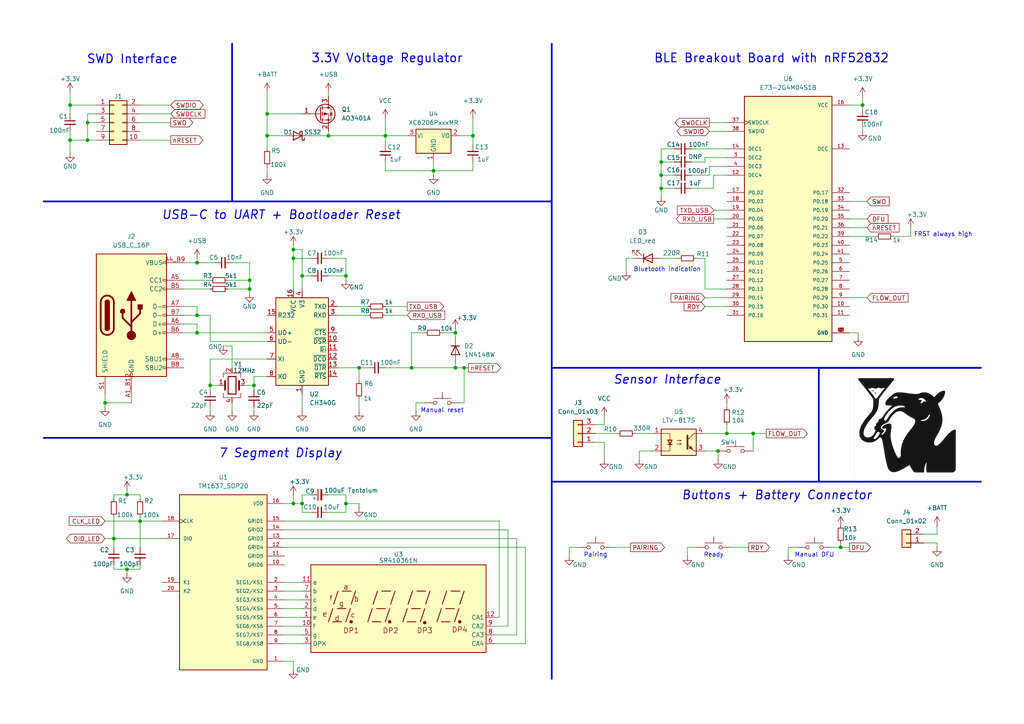
<source format=kicad_sch>
(kicad_sch (version 20250114) (generator "eeschema") (generator_version "9.0")
  (paper "A4")
  (title_block (title "Project: Camel") (date "2025-07-14") (rev "1.0") (company "Meppen South Engineering") (comment 1 "Powered by 4xAAA batteries in series or via USB-C") (comment 2 "0.56\" Display") (comment 3 "nRF52832 Core"))
  (text "Manual DFU" (at 236.22 161.036 0) (effects (font (size 1.27 1.27) (thickness 0.1588))))
  (text "Pairing" (at 172.72 161.036 0) (effects (font (size 1.27 1.27) (thickness 0.1588))))
  (text "Bluetooth indication" (at 193.548 78.232 0) (effects (font (size 1.27 1.27))))
  (text "SWD Interface" (at 38.354 17.272 0) (effects (font (size 2.5 2.5) (thickness 0.3125))))
  (text "Ready" (at 207.01 161.036 0) (effects (font (size 1.27 1.27) (thickness 0.1588))))
  (text "3.3V Voltage Regulator" (at 112.268 17.018 0) (effects (font (size 2.5 2.5) (thickness 0.3125))))
  (text "Sensor Interface" (at 193.548 110.236 0) (effects (font (size 2.5 2.5) (thickness 0.3125) (italic yes))))
  (text "Manual reset" (at 128.27 119.126 0) (effects (font (size 1.27 1.27) (thickness 0.1588))))
  (text "7 Segment Display" (at 81.28 131.572 0) (effects (font (size 2.5 2.5) (thickness 0.3125) (italic yes))))
  (text "FRST always high" (at 273.558 68.072 0) (effects (font (size 1.27 1.27) (thickness 0.1588))))
  (text "USB-C to UART + Bootloader Reset" (at 81.534 62.484 0) (effects (font (size 2.5 2.5) (thickness 0.3125) (italic yes))))
  (text "Buttons + Battery Connector" (at 225.298 143.764 0) (effects (font (size 2.5 2.5) (thickness 0.3125) (italic yes))))
  (text "BLE Breakout Board with nRF52832" (at 223.774 17.018 0) (effects (font (size 2.5 2.5) (thickness 0.3125))))
  (junction (at 60.96 111.76))
  (junction (at 87.63 146.05))
  (junction (at 36.83 165.1))
  (junction (at 25.4 35.56))
  (junction (at 40.64 151.13))
  (junction (at 191.77 50.8))
  (junction (at 36.83 143.51))
  (junction (at 85.09 72.39))
  (junction (at 20.32 40.64))
  (junction (at 100.33 80.01))
  (junction (at 72.39 83.82))
  (junction (at 132.08 96.52))
  (junction (at 218.44 125.73))
  (junction (at 243.84 158.75))
  (junction (at 85.09 146.05))
  (junction (at 33.02 156.21))
  (junction (at 100.33 146.05))
  (junction (at 87.63 80.01))
  (junction (at 104.14 106.68))
  (junction (at 132.08 106.68))
  (junction (at 191.77 54.61))
  (junction (at 77.47 39.37))
  (junction (at 208.28 130.81))
  (junction (at 95.25 39.37))
  (junction (at 20.32 30.48))
  (junction (at 134.62 106.68))
  (junction (at 250.19 30.48))
  (junction (at 191.77 46.99))
  (junction (at 57.15 91.44))
  (junction (at 25.4 40.64))
  (junction (at 85.09 74.93))
  (junction (at 57.15 76.2))
  (junction (at 30.48 116.84))
  (junction (at 72.39 81.28))
  (junction (at 119.38 106.68))
  (junction (at 111.76 39.37))
  (junction (at 77.47 33.02))
  (junction (at 210.82 125.73))
  (junction (at 57.15 96.52))
  (junction (at 125.73 49.53))
  (junction (at 137.16 39.37))
  (junction (at 73.66 111.76))
  (wire (pts (xy 90.17 39.37) (xy 95.25 39.37)))
  (wire (pts (xy 66.04 83.82) (xy 72.39 83.82)))
  (wire (pts (xy 204.47 83.82) (xy 210.82 83.82)))
  (wire (pts (xy 40.64 151.13) (xy 46.99 151.13)))
  (wire (pts (xy 20.32 26.67) (xy 20.32 30.48)))
  (wire (pts (xy 104.14 146.05) (xy 100.33 146.05)))
  (wire (pts (xy 33.02 165.1) (xy 33.02 163.83)))
  (wire (pts (xy 73.66 109.22) (xy 77.47 109.22)))
  (wire (pts (xy 133.35 116.84) (xy 134.62 116.84)))
  (wire (pts (xy 53.34 88.9) (xy 57.15 88.9)))
  (wire (pts (xy 204.47 45.72) (xy 204.47 46.99)))
  (wire (pts (xy 204.47 125.73) (xy 210.82 125.73)))
  (wire (pts (xy 195.58 54.61) (xy 191.77 54.61)))
  (wire (pts (xy 67.31 116.84) (xy 67.31 119.38)))
  (wire (pts (xy 125.73 46.99) (xy 125.73 49.53)))
  (wire (pts (xy 36.83 165.1) (xy 36.83 166.37)))
  (wire (pts (xy 132.08 106.68) (xy 134.62 106.68)))
  (wire (pts (xy 132.08 106.68) (xy 132.08 105.41)))
  (wire (pts (xy 204.47 130.81) (xy 208.28 130.81)))
  (wire (pts (xy 177.8 158.75) (xy 182.88 158.75)))
  (wire (pts (xy 77.47 33.02) (xy 77.47 39.37)))
  (wire (pts (xy 246.38 68.58) (xy 254 68.58)))
  (wire (pts (xy 60.96 118.11) (xy 60.96 119.38)))
  (wire (pts (xy 132.08 96.52) (xy 132.08 97.79)))
  (wire (pts (xy 20.32 38.1) (xy 20.32 40.64)))
  (wire (pts (xy 111.76 88.9) (xy 118.11 88.9)))
  (wire (pts (xy 82.55 153.67) (xy 147.32 153.67)))
  (wire (pts (xy 100.33 74.93) (xy 100.33 80.01)))
  (wire (pts (xy 120.65 116.84) (xy 120.65 119.38)))
  (wire (pts (xy 246.38 63.5) (xy 251.46 63.5)))
  (wire (pts (xy 246.38 58.42) (xy 251.46 58.42)))
  (wire (pts (xy 73.66 118.11) (xy 73.66 119.38)))
  (wire (pts (xy 60.96 111.76) (xy 63.5 111.76)))
  (polyline (pts (xy 160.02 139.7) (xy 284.48 139.7)) (stroke (width 0.5) (type solid)))
  (wire (pts (xy 152.4 158.75) (xy 152.4 186.69)))
  (wire (pts (xy 82.55 186.69) (xy 87.63 186.69)))
  (wire (pts (xy 72.39 83.82) (xy 72.39 85.09)))
  (wire (pts (xy 53.34 93.98) (xy 57.15 93.98)))
  (wire (pts (xy 87.63 83.82) (xy 87.63 80.01)))
  (wire (pts (xy 97.79 88.9) (xy 106.68 88.9)))
  (wire (pts (xy 137.16 49.53) (xy 125.73 49.53)))
  (wire (pts (xy 181.61 74.93) (xy 181.61 78.74)))
  (wire (pts (xy 57.15 93.98) (xy 57.15 96.52)))
  (polyline (pts (xy 12.7 127) (xy 160.02 127)) (stroke (width 0.5) (type solid)))
  (wire (pts (xy 33.02 143.51) (xy 33.02 144.78)))
  (wire (pts (xy 212.09 158.75) (xy 217.17 158.75)))
  (wire (pts (xy 82.55 158.75) (xy 152.4 158.75)))
  (wire (pts (xy 205.74 48.26) (xy 205.74 50.8)))
  (wire (pts (xy 147.32 153.67) (xy 147.32 181.61)))
  (wire (pts (xy 205.74 38.1) (xy 210.82 38.1)))
  (wire (pts (xy 267.97 157.48) (xy 271.78 157.48)))
  (wire (pts (xy 250.19 27.94) (xy 250.19 30.48)))
  (wire (pts (xy 77.47 104.14) (xy 60.96 104.14)))
  (wire (pts (xy 27.94 40.64) (xy 25.4 40.64)))
  (wire (pts (xy 199.39 158.75) (xy 199.39 161.29)))
  (polyline (pts (xy 160.02 12.7) (xy 160.02 196.85)) (stroke (width 0.5) (type solid)))
  (wire (pts (xy 40.64 143.51) (xy 36.83 143.51)))
  (wire (pts (xy 57.15 74.93) (xy 57.15 76.2)))
  (wire (pts (xy 264.16 66.04) (xy 264.16 68.58)))
  (wire (pts (xy 132.08 106.68) (xy 119.38 106.68)))
  (wire (pts (xy 147.32 181.61) (xy 143.51 181.61)))
  (wire (pts (xy 201.93 74.93) (xy 204.47 74.93)))
  (wire (pts (xy 210.82 116.84) (xy 210.82 118.11)))
  (wire (pts (xy 123.19 116.84) (xy 120.65 116.84)))
  (wire (pts (xy 241.3 158.75) (xy 243.84 158.75)))
  (wire (pts (xy 191.77 54.61) (xy 191.77 57.15)))
  (wire (pts (xy 246.38 86.36) (xy 251.46 86.36)))
  (wire (pts (xy 87.63 72.39) (xy 85.09 72.39)))
  (wire (pts (xy 72.39 76.2) (xy 72.39 81.28)))
  (wire (pts (xy 200.66 54.61) (xy 207.01 54.61)))
  (wire (pts (xy 20.32 40.64) (xy 20.32 44.45)))
  (wire (pts (xy 20.32 30.48) (xy 20.32 33.02)))
  (wire (pts (xy 53.34 81.28) (xy 60.96 81.28)))
  (wire (pts (xy 40.64 165.1) (xy 36.83 165.1)))
  (wire (pts (xy 27.94 35.56) (xy 25.4 35.56)))
  (wire (pts (xy 82.55 168.91) (xy 87.63 168.91)))
  (wire (pts (xy 125.73 49.53) (xy 125.73 50.8)))
  (wire (pts (xy 30.48 114.3) (xy 30.48 116.84)))
  (wire (pts (xy 100.33 148.59) (xy 95.25 148.59)))
  (wire (pts (xy 231.14 158.75) (xy 228.6 158.75)))
  (polyline (pts (xy 12.7 58.42) (xy 160.02 58.42)) (stroke (width 0.5) (type solid)))
  (wire (pts (xy 85.09 191.77) (xy 85.09 194.31)))
  (wire (pts (xy 111.76 106.68) (xy 119.38 106.68)))
  (wire (pts (xy 175.26 128.27) (xy 175.26 133.35)))
  (wire (pts (xy 85.09 71.12) (xy 85.09 72.39)))
  (wire (pts (xy 104.14 106.68) (xy 104.14 110.49)))
  (wire (pts (xy 143.51 186.69) (xy 152.4 186.69)))
  (wire (pts (xy 20.32 40.64) (xy 25.4 40.64)))
  (wire (pts (xy 95.25 143.51) (xy 100.33 143.51)))
  (wire (pts (xy 95.25 26.67) (xy 95.25 27.94)))
  (wire (pts (xy 57.15 76.2) (xy 62.23 76.2)))
  (wire (pts (xy 60.96 111.76) (xy 60.96 113.03)))
  (wire (pts (xy 85.09 72.39) (xy 85.09 74.93)))
  (wire (pts (xy 172.72 125.73) (xy 179.07 125.73)))
  (wire (pts (xy 210.82 125.73) (xy 218.44 125.73)))
  (wire (pts (xy 191.77 50.8) (xy 191.77 54.61)))
  (wire (pts (xy 82.55 179.07) (xy 87.63 179.07)))
  (wire (pts (xy 77.47 39.37) (xy 77.47 43.18)))
  (wire (pts (xy 87.63 148.59) (xy 87.63 146.05)))
  (wire (pts (xy 87.63 143.51) (xy 87.63 146.05)))
  (wire (pts (xy 72.39 81.28) (xy 72.39 83.82)))
  (wire (pts (xy 185.42 133.35) (xy 185.42 130.81)))
  (wire (pts (xy 64.77 100.33) (xy 67.31 100.33)))
  (wire (pts (xy 111.76 49.53) (xy 125.73 49.53)))
  (wire (pts (xy 90.17 143.51) (xy 87.63 143.51)))
  (wire (pts (xy 82.55 146.05) (xy 85.09 146.05)))
  (wire (pts (xy 30.48 151.13) (xy 40.64 151.13)))
  (wire (pts (xy 57.15 88.9) (xy 57.15 91.44)))
  (wire (pts (xy 104.14 147.32) (xy 104.14 146.05)))
  (wire (pts (xy 111.76 46.99) (xy 111.76 49.53)))
  (wire (pts (xy 77.47 26.67) (xy 77.47 33.02)))
  (wire (pts (xy 228.6 158.75) (xy 228.6 161.29)))
  (wire (pts (xy 95.25 39.37) (xy 111.76 39.37)))
  (wire (pts (xy 40.64 35.56) (xy 49.53 35.56)))
  (wire (pts (xy 77.47 33.02) (xy 87.63 33.02)))
  (wire (pts (xy 40.64 149.86) (xy 40.64 151.13)))
  (polyline (pts (xy 284.48 106.68) (xy 237.49 106.68)) (stroke (width 0.5) (type solid)))
  (wire (pts (xy 128.27 96.52) (xy 132.08 96.52)))
  (wire (pts (xy 82.55 171.45) (xy 87.63 171.45)))
  (wire (pts (xy 104.14 115.57) (xy 104.14 119.38)))
  (wire (pts (xy 36.83 142.24) (xy 36.83 143.51)))
  (wire (pts (xy 191.77 46.99) (xy 191.77 43.18)))
  (wire (pts (xy 82.55 184.15) (xy 87.63 184.15)))
  (wire (pts (xy 87.63 114.3) (xy 87.63 119.38)))
  (wire (pts (xy 201.93 158.75) (xy 199.39 158.75)))
  (wire (pts (xy 248.92 96.52) (xy 246.38 96.52)))
  (wire (pts (xy 204.47 46.99) (xy 200.66 46.99)))
  (wire (pts (xy 208.28 133.35) (xy 208.28 130.81)))
  (wire (pts (xy 40.64 144.78) (xy 40.64 143.51)))
  (wire (pts (xy 33.02 156.21) (xy 46.99 156.21)))
  (wire (pts (xy 195.58 50.8) (xy 191.77 50.8)))
  (wire (pts (xy 27.94 33.02) (xy 25.4 33.02)))
  (wire (pts (xy 40.64 163.83) (xy 40.64 165.1)))
  (wire (pts (xy 111.76 39.37) (xy 118.11 39.37)))
  (wire (pts (xy 137.16 39.37) (xy 137.16 41.91)))
  (wire (pts (xy 248.92 97.79) (xy 248.92 96.52)))
  (wire (pts (xy 100.33 80.01) (xy 100.33 81.28)))
  (wire (pts (xy 53.34 91.44) (xy 57.15 91.44)))
  (wire (pts (xy 246.38 66.04) (xy 251.46 66.04)))
  (wire (pts (xy 133.35 39.37) (xy 137.16 39.37)))
  (wire (pts (xy 243.84 157.48) (xy 243.84 158.75)))
  (wire (pts (xy 207.01 50.8) (xy 210.82 50.8)))
  (wire (pts (xy 87.63 80.01) (xy 87.63 72.39)))
  (wire (pts (xy 85.09 74.93) (xy 85.09 83.82)))
  (wire (pts (xy 144.78 179.07) (xy 143.51 179.07)))
  (wire (pts (xy 40.64 40.64) (xy 49.53 40.64)))
  (wire (pts (xy 195.58 46.99) (xy 191.77 46.99)))
  (wire (pts (xy 60.96 104.14) (xy 60.96 111.76)))
  (wire (pts (xy 40.64 30.48) (xy 49.53 30.48)))
  (wire (pts (xy 57.15 91.44) (xy 60.96 91.44)))
  (wire (pts (xy 218.44 125.73) (xy 222.25 125.73)))
  (wire (pts (xy 243.84 158.75) (xy 246.38 158.75)))
  (wire (pts (xy 172.72 128.27) (xy 175.26 128.27)))
  (wire (pts (xy 204.47 86.36) (xy 210.82 86.36)))
  (wire (pts (xy 100.33 143.51) (xy 100.33 146.05)))
  (wire (pts (xy 36.83 143.51) (xy 33.02 143.51)))
  (wire (pts (xy 30.48 156.21) (xy 33.02 156.21)))
  (wire (pts (xy 191.77 43.18) (xy 195.58 43.18)))
  (wire (pts (xy 67.31 76.2) (xy 72.39 76.2)))
  (wire (pts (xy 73.66 111.76) (xy 73.66 109.22)))
  (wire (pts (xy 53.34 83.82) (xy 60.96 83.82)))
  (wire (pts (xy 207.01 60.96) (xy 210.82 60.96)))
  (wire (pts (xy 85.09 146.05) (xy 85.09 143.51)))
  (wire (pts (xy 53.34 96.52) (xy 57.15 96.52)))
  (wire (pts (xy 67.31 100.33) (xy 67.31 106.68)))
  (wire (pts (xy 40.64 33.02) (xy 49.53 33.02)))
  (wire (pts (xy 82.55 173.99) (xy 87.63 173.99)))
  (wire (pts (xy 204.47 74.93) (xy 204.47 83.82)))
  (wire (pts (xy 97.79 106.68) (xy 104.14 106.68)))
  (wire (pts (xy 40.64 151.13) (xy 40.64 158.75)))
  (wire (pts (xy 82.55 156.21) (xy 149.86 156.21)))
  (wire (pts (xy 200.66 43.18) (xy 210.82 43.18)))
  (wire (pts (xy 60.96 91.44) (xy 60.96 99.06)))
  (wire (pts (xy 119.38 96.52) (xy 119.38 106.68)))
  (wire (pts (xy 60.96 99.06) (xy 77.47 99.06)))
  (wire (pts (xy 172.72 123.19) (xy 175.26 123.19)))
  (wire (pts (xy 66.04 81.28) (xy 72.39 81.28)))
  (wire (pts (xy 205.74 50.8) (xy 200.66 50.8)))
  (wire (pts (xy 38.1 116.84) (xy 30.48 116.84)))
  (polyline (pts (xy 237.49 106.68) (xy 237.49 139.7)) (stroke (width 0.5) (type solid)))
  (wire (pts (xy 267.97 154.94) (xy 271.78 154.94)))
  (wire (pts (xy 36.83 165.1) (xy 33.02 165.1)))
  (wire (pts (xy 57.15 96.52) (xy 77.47 96.52)))
  (wire (pts (xy 97.79 91.44) (xy 106.68 91.44)))
  (wire (pts (xy 119.38 96.52) (xy 123.19 96.52)))
  (wire (pts (xy 38.1 114.3) (xy 38.1 116.84)))
  (wire (pts (xy 77.47 39.37) (xy 82.55 39.37)))
  (wire (pts (xy 95.25 38.1) (xy 95.25 39.37)))
  (wire (pts (xy 165.1 158.75) (xy 165.1 161.29)))
  (wire (pts (xy 33.02 149.86) (xy 33.02 156.21)))
  (wire (pts (xy 53.34 76.2) (xy 57.15 76.2)))
  (wire (pts (xy 167.64 158.75) (xy 165.1 158.75)))
  (wire (pts (xy 111.76 91.44) (xy 118.11 91.44)))
  (wire (pts (xy 137.16 34.29) (xy 137.16 39.37)))
  (polyline (pts (xy 67.31 12.7) (xy 67.31 58.42)) (stroke (width 0.5) (type solid)))
  (wire (pts (xy 210.82 123.19) (xy 210.82 125.73)))
  (wire (pts (xy 30.48 116.84) (xy 30.48 118.11)))
  (wire (pts (xy 82.55 191.77) (xy 85.09 191.77)))
  (wire (pts (xy 82.55 151.13) (xy 144.78 151.13)))
  (wire (pts (xy 33.02 156.21) (xy 33.02 158.75)))
  (wire (pts (xy 85.09 74.93) (xy 90.17 74.93)))
  (wire (pts (xy 205.74 35.56) (xy 210.82 35.56)))
  (wire (pts (xy 184.15 74.93) (xy 181.61 74.93)))
  (wire (pts (xy 71.12 111.76) (xy 73.66 111.76)))
  (wire (pts (xy 207.01 63.5) (xy 210.82 63.5)))
  (wire (pts (xy 111.76 39.37) (xy 111.76 41.91)))
  (wire (pts (xy 95.25 74.93) (xy 100.33 74.93)))
  (wire (pts (xy 77.47 48.26) (xy 77.47 50.8)))
  (wire (pts (xy 185.42 130.81) (xy 189.23 130.81)))
  (wire (pts (xy 95.25 80.01) (xy 100.33 80.01)))
  (wire (pts (xy 87.63 146.05) (xy 85.09 146.05)))
  (wire (pts (xy 196.85 74.93) (xy 191.77 74.93)))
  (wire (pts (xy 250.19 30.48) (xy 246.38 30.48)))
  (wire (pts (xy 82.55 176.53) (xy 87.63 176.53)))
  (wire (pts (xy 144.78 151.13) (xy 144.78 179.07)))
  (wire (pts (xy 111.76 34.29) (xy 111.76 39.37)))
  (wire (pts (xy 250.19 36.83) (xy 250.19 38.1)))
  (wire (pts (xy 218.44 125.73) (xy 218.44 130.81)))
  (wire (pts (xy 271.78 157.48) (xy 271.78 158.75)))
  (wire (pts (xy 259.08 68.58) (xy 264.16 68.58)))
  (polyline (pts (xy 160.02 106.68) (xy 284.48 106.68)) (stroke (width 0.5) (type solid)))
  (wire (pts (xy 184.15 125.73) (xy 189.23 125.73)))
  (wire (pts (xy 271.78 152.4) (xy 271.78 154.94)))
  (wire (pts (xy 132.08 96.52) (xy 132.08 95.25)))
  (wire (pts (xy 204.47 88.9) (xy 210.82 88.9)))
  (wire (pts (xy 149.86 156.21) (xy 149.86 184.15)))
  (wire (pts (xy 25.4 33.02) (xy 25.4 35.56)))
  (wire (pts (xy 90.17 148.59) (xy 87.63 148.59)))
  (wire (pts (xy 104.14 106.68) (xy 106.68 106.68)))
  (wire (pts (xy 134.62 106.68) (xy 135.89 106.68)))
  (wire (pts (xy 87.63 80.01) (xy 90.17 80.01)))
  (wire (pts (xy 20.32 30.48) (xy 27.94 30.48)))
  (wire (pts (xy 73.66 111.76) (xy 73.66 113.03)))
  (wire (pts (xy 210.82 45.72) (xy 204.47 45.72)))
  (wire (pts (xy 134.62 106.68) (xy 134.62 116.84)))
  (wire (pts (xy 210.82 48.26) (xy 205.74 48.26)))
  (wire (pts (xy 250.19 30.48) (xy 250.19 31.75)))
  (wire (pts (xy 175.26 123.19) (xy 175.26 120.65)))
  (wire (pts (xy 25.4 35.56) (xy 25.4 40.64)))
  (wire (pts (xy 100.33 146.05) (xy 100.33 148.59)))
  (wire (pts (xy 191.77 46.99) (xy 191.77 50.8)))
  (wire (pts (xy 207.01 54.61) (xy 207.01 50.8)))
  (wire (pts (xy 137.16 46.99) (xy 137.16 49.53)))
  (wire (pts (xy 149.86 184.15) (xy 143.51 184.15)))
  (wire (pts (xy 82.55 181.61) (xy 87.63 181.61)))
  (image (at 262.89 123.19) (scale 0.35))
  (global_label "RDY" (shape output) (at 217.17 158.75 0) (effects (font (thickness 0.1588))) (property "Intersheetrefs" "${INTERSHEET_REFS}" (effects (hide yes))))
  (global_label "PAIRING" (shape output) (at 182.88 158.75 0) (effects (font (thickness 0.1588))) (property "Intersheetrefs" "${INTERSHEET_REFS}" (effects (hide yes))))
  (global_label "SWO" (shape output) (at 49.53 35.56 0) (effects (font (thickness 0.1588))) (property "Intersheetrefs" "${INTERSHEET_REFS}" (effects (hide yes))))
  (global_label "DFU" (shape input) (at 251.46 63.5 0) (effects (font (thickness 0.1588))) (property "Intersheetrefs" "${INTERSHEET_REFS}" (effects (hide yes))))
  (global_label "TXD_USB" (shape output) (at 118.11 88.9 0) (effects (font (thickness 0.1429))) (property "Intersheetrefs" "${INTERSHEET_REFS}" (effects (hide yes))))
  (global_label "SWDIO" (shape bidirectional) (at 49.53 30.48 0) (property "Intersheetrefs" "${INTERSHEET_REFS}" (effects (hide yes))))
  (global_label "SWDCLK" (shape input) (at 49.53 33.02 0) (property "Intersheetrefs" "${INTERSHEET_REFS}" (effects (hide yes))))
  (global_label "SWO" (shape input) (at 251.46 58.42 0) (effects (font (thickness 0.1588))) (property "Intersheetrefs" "${INTERSHEET_REFS}" (effects (hide yes))))
  (global_label "SWDCLK" (shape output) (at 205.74 35.56 180) (property "Intersheetrefs" "${INTERSHEET_REFS}" (effects (hide yes))))
  (global_label "PAIRING" (shape input) (at 204.47 86.36 180) (effects (font (thickness 0.1588))) (property "Intersheetrefs" "${INTERSHEET_REFS}" (effects (hide yes))))
  (global_label "RXD_USB" (shape input) (at 118.11 91.44 0) (effects (font (thickness 0.1429))) (property "Intersheetrefs" "${INTERSHEET_REFS}" (effects (hide yes))))
  (global_label "nRESET" (shape output) (at 49.53 40.64 0) (property "Intersheetrefs" "${INTERSHEET_REFS}" (effects (hide yes))))
  (global_label "DFU" (shape output) (at 246.38 158.75 0) (effects (font (thickness 0.1588))) (property "Intersheetrefs" "${INTERSHEET_REFS}" (effects (hide yes))))
  (global_label "RXD_USB" (shape output) (at 207.01 63.5 180) (effects (font (thickness 0.1429))) (property "Intersheetrefs" "${INTERSHEET_REFS}" (effects (hide yes))))
  (global_label "DIO_LED" (shape bidirectional) (at 30.48 156.21 180) (property "Intersheetrefs" "${INTERSHEET_REFS}" (effects (hide yes))))
  (global_label "RDY" (shape input) (at 204.47 88.9 180) (effects (font (thickness 0.1588))) (property "Intersheetrefs" "${INTERSHEET_REFS}" (effects (hide yes))))
  (global_label "TXD_USB" (shape input) (at 207.01 60.96 180) (effects (font (thickness 0.1429))) (property "Intersheetrefs" "${INTERSHEET_REFS}" (effects (hide yes))))
  (global_label "SWDIO" (shape bidirectional) (at 205.74 38.1 180) (property "Intersheetrefs" "${INTERSHEET_REFS}" (effects (hide yes))))
  (global_label "CLK_LED" (shape input) (at 30.48 151.13 180) (property "Intersheetrefs" "${INTERSHEET_REFS}" (effects (hide yes))))
  (global_label "FLOW_OUT" (shape output) (at 222.25 125.73 0) (property "Intersheetrefs" "${INTERSHEET_REFS}" (effects (hide yes))))
  (global_label "nRESET" (shape input) (at 251.46 66.04 0) (property "Intersheetrefs" "${INTERSHEET_REFS}" (effects (hide yes))))
  (global_label "nRESET" (shape output) (at 135.89 106.68 0) (property "Intersheetrefs" "${INTERSHEET_REFS}" (effects (hide yes))))
  (global_label "FLOW_OUT" (shape input) (at 251.46 86.36 0) (property "Intersheetrefs" "${INTERSHEET_REFS}" (effects (hide yes))))
  (symbol (lib_id "power:+3.3V") (at 250.19 27.94 0) (unit 1)
    (property "Reference" "#PWR039" (effects (hide yes)))
    (property "Value" "+3.3V" (at 250.19 22.86 0))
    (property "Description" "Power symbol creates a global label with name \"+3.3V\"" (effects (hide yes)))
  )
  (symbol (lib_id "power:GND") (at 64.77 100.33 0) (unit 1)
    (property "Reference" "#PWR08" (effects (hide yes)))
    (property "Value" "GND" (at 62.484 100.584 0))
    (property "Description" "Power symbol creates a global label with name \"GND\" , ground" (effects (hide yes)))
  )
  (symbol (lib_id "Device:C_Small") (at 73.66 115.57 0) (unit 1)
    (property "Reference" "C6" (at 74.422 113.792 0) (effects (justify left)))
    (property "Value" "22pF" (at 74.422 117.602 0) (effects (justify left)))
    (property "Footprint" "Capacitor_SMD:C_0603_1608Metric" (effects (hide yes)))
    (property "Description" "Unpolarized capacitor, small symbol" (effects (hide yes)))
  )
  (symbol (lib_id "power:+3.3V") (at 85.09 71.12 0) (unit 1)
    (property "Reference" "#PWR014" (effects (hide yes)))
    (property "Value" "+3.3V" (at 85.09 67.31 0))
    (property "Description" "Power symbol creates a global label with name \"+3.3V\"" (effects (hide yes)))
  )
  (symbol (lib_id "Device:R_Small") (at 104.14 113.03 180) (unit 1)
    (property "Reference" "R6" (at 106.934 111.252 0))
    (property "Value" "1k" (at 106.68 115.57 0))
    (property "Footprint" "Resistor_SMD:R_0603_1608Metric" (effects (hide yes)))
    (property "Description" "Resistor, small symbol" (effects (hide yes)))
  )
  (symbol (lib_id "Interface_USB:CH340G") (at 87.63 99.06 0) (unit 1)
    (property "Reference" "U2" (at 89.7733 114.3 0) (effects (justify left)))
    (property "Value" "CH340G" (at 89.7733 116.84 0) (effects (justify left)))
    (property "Footprint" "Package_SO:SOIC-16_3.9x9.9mm_P1.27mm" (effects (hide yes)))
    (property "Datasheet" "http://www.datasheet5.com/pdf-local-2195953" (effects (hide yes)))
    (property "Description" "USB serial converter, UART, SOIC-16" (effects (hide yes)))
  )
  (symbol (lib_id "power:VCC") (at 111.76 34.29 0) (unit 1)
    (property "Reference" "#PWR022" (effects (hide yes)))
    (property "Value" "VCC" (at 111.76 29.21 0))
    (property "Description" "Power symbol creates a global label with name \"VCC\"" (effects (hide yes)))
  )
  (symbol (lib_id "power:GND") (at 20.32 44.45 0) (unit 1)
    (property "Reference" "#PWR02" (effects (hide yes)))
    (property "Value" "GND" (at 20.32 48.26 0))
    (property "Description" "Power symbol creates a global label with name \"GND\" , ground" (effects (hide yes)))
  )
  (symbol (lib_id "Device:C_Small") (at 60.96 115.57 0) (unit 1)
    (property "Reference" "C4" (at 57.658 113.792 0) (effects (justify left)))
    (property "Value" "22pF" (at 55.372 117.602 0) (effects (justify left)))
    (property "Footprint" "Capacitor_SMD:C_0603_1608Metric" (effects (hide yes)))
    (property "Description" "Unpolarized capacitor, small symbol" (effects (hide yes)))
  )
  (symbol (lib_id "Diode:1N4148W") (at 132.08 101.6 270) (unit 1)
    (property "Reference" "D2" (at 134.62 100.3299 90) (effects (justify left)))
    (property "Value" "1N4148W" (at 134.62 102.8699 90) (effects (justify left)))
    (property "Footprint" "Diode_SMD:D_SOD-323_HandSoldering" (effects (hide yes)))
    (property "Datasheet" "https://www.vishay.com/docs/85748/1n4148w.pdf" (effects (hide yes)))
    (property "Description" "75V 0.15A Fast Switching Diode, SOD-123" (effects (hide yes)))
    (property "Sim.Device" "D" (effects (hide yes)))
    (property "Sim.Pins" "1=K 2=A" (effects (hide yes)))
  )
  (symbol (lib_id "power:+3.3V") (at 264.16 66.04 0) (unit 1)
    (property "Reference" "#PWR041" (effects (hide yes)))
    (property "Value" "+3.3V" (at 265.938 62.23 0))
    (property "Description" "Power symbol creates a global label with name \"+3.3V\"" (effects (hide yes)))
  )
  (symbol (lib_id "Connector_Generic:Conn_01x03") (at 167.64 125.73 180) (unit 1)
    (property "Reference" "J3" (at 167.64 116.84 0))
    (property "Value" "Conn_01x03" (at 167.64 119.38 0))
    (property "Footprint" "Connector_PinHeader_2.54mm:PinHeader_1x03_P2.54mm_Horizontal" (effects (hide yes)))
    (property "Description" "Generic connector, single row, 01x03, script generated (kicad-library-utils/schlib/autogen/connector/)" (effects (hide yes)))
  )
  (symbol (lib_id "Switch:SW_Push") (at 172.72 158.75 0) (unit 1)
    (property "Reference" "SW2" (effects (hide yes)))
    (property "Value" "TS-1088-AR02016" (effects (hide yes)))
    (property "Footprint" "Bauteile:SW_TS-1088-AR02016" (effects (hide yes)))
    (property "Description" "Push button switch, generic, two pins" (effects (hide yes)))
  )
  (symbol (lib_id "power:GND") (at 85.09 194.31 0) (unit 1)
    (property "Reference" "#PWR016" (effects (hide yes)))
    (property "Value" "GND" (at 87.884 194.31 0))
    (property "Description" "Power symbol creates a global label with name \"GND\" , ground" (effects (hide yes)))
  )
  (symbol (lib_id "power:GND") (at 181.61 78.74 0) (mirror y) (unit 1)
    (property "Reference" "#PWR030" (effects (hide yes)))
    (property "Value" "GND" (at 178.308 80.772 0))
    (property "Description" "Power symbol creates a global label with name \"GND\" , ground" (effects (hide yes)))
  )
  (symbol (lib_id "power:GND") (at 185.42 133.35 0) (unit 1)
    (property "Reference" "#PWR031" (effects (hide yes)))
    (property "Value" "GND" (at 188.722 135.382 0))
    (property "Description" "Power symbol creates a global label with name \"GND\" , ground" (effects (hide yes)))
  )
  (symbol (lib_id "Device:C_Small") (at 198.12 50.8 90) (unit 1)
    (property "Reference" "C16" (at 195.326 49.276 90))
    (property "Value" "100pF" (at 202.438 49.53 90))
    (property "Footprint" "Capacitor_SMD:C_0603_1608Metric" (effects (hide yes)))
    (property "Description" "Unpolarized capacitor, small symbol" (effects (hide yes)))
  )
  (symbol (lib_id "power:GND") (at 271.78 158.75 0) (unit 1)
    (property "Reference" "#PWR043" (effects (hide yes)))
    (property "Value" "GND" (at 271.78 163.83 0))
    (property "Description" "Power symbol creates a global label with name \"GND\" , ground" (effects (hide yes)))
  )
  (symbol (lib_id "Connector_Generic:Conn_01x02") (at 262.89 157.48 180) (unit 1)
    (property "Reference" "J4" (at 262.89 148.59 0))
    (property "Value" "Conn_01x02" (at 262.89 151.13 0))
    (property "Footprint" "Connector_PinHeader_2.54mm:PinHeader_1x02_P2.54mm_Horizontal" (effects (hide yes)))
    (property "Description" "Generic connector, single row, 01x02, script generated (kicad-library-utils/schlib/autogen/connector/)" (effects (hide yes)))
  )
  (symbol (lib_id "Device:Crystal_GND24") (at 67.31 111.76 0) (unit 1)
    (property "Reference" "Y1" (at 69.088 105.664 0))
    (property "Value" "12MHz" (at 70.866 107.442 0))
    (property "Footprint" "Crystal:Crystal_SMD_3225-4Pin_3.2x2.5mm" (effects (hide yes)))
    (property "Description" "Four pin crystal, GND on pins 2 and 4" (effects (hide yes)))
  )
  (symbol (lib_id "power:VCC") (at 95.25 26.67 0) (unit 1)
    (property "Reference" "#PWR018" (effects (hide yes)))
    (property "Value" "+USB" (at 95.25 21.59 0))
    (property "Description" "Power symbol creates a global label with name \"VCC\"" (effects (hide yes)))
  )
  (symbol (lib_id "Device:C_Small") (at 137.16 44.45 180) (unit 1)
    (property "Reference" "C13" (at 139.7 42.672 0))
    (property "Value" "1uF" (at 140.208 46.228 0))
    (property "Footprint" "Capacitor_SMD:C_0603_1608Metric" (effects (hide yes)))
    (property "Description" "Unpolarized capacitor, small symbol" (effects (hide yes)))
  )
  (symbol (lib_id "power:GND") (at 72.39 85.09 0) (unit 1)
    (property "Reference" "#PWR010" (effects (hide yes)))
    (property "Value" "GND" (at 72.39 88.9 0))
    (property "Description" "Power symbol creates a global label with name \"GND\" , ground" (effects (hide yes)))
  )
  (symbol (lib_id "Device:R_Small") (at 199.39 74.93 270) (mirror x) (unit 1)
    (property "Reference" "R11" (at 203.962 73.66 90))
    (property "Value" "220R" (at 194.818 73.406 90))
    (property "Footprint" "Resistor_SMD:R_0603_1608Metric" (effects (hide yes)))
    (property "Description" "Resistor, small symbol" (effects (hide yes)))
  )
  (symbol (lib_id "Device:C_Small") (at 40.64 161.29 0) (unit 1)
    (property "Reference" "C3" (at 36.322 159.512 0) (effects (justify left)))
    (property "Value" "100pF" (at 34.544 163.576 0) (effects (justify left)))
    (property "Footprint" "Capacitor_SMD:C_0603_1608Metric" (effects (hide yes)))
    (property "Description" "Unpolarized capacitor, small symbol" (effects (hide yes)))
  )
  (symbol (lib_id "Switch:SW_Push") (at 207.01 158.75 0) (unit 1)
    (property "Reference" "SW3" (effects (hide yes)))
    (property "Value" "TS-1088-AR02016" (effects (hide yes)))
    (property "Footprint" "Bauteile:SW_TS-1088-AR02016" (effects (hide yes)))
    (property "Description" "Push button switch, generic, two pins" (effects (hide yes)))
  )
  (symbol (lib_id "Device:C_Small") (at 33.02 161.29 0) (unit 1)
    (property "Reference" "C2" (at 28.956 159.512 0) (effects (justify left)))
    (property "Value" "100pF" (at 26.924 163.576 0) (effects (justify left)))
    (property "Footprint" "Capacitor_SMD:C_0603_1608Metric" (effects (hide yes)))
    (property "Description" "Unpolarized capacitor, small symbol" (effects (hide yes)))
  )
  (symbol (lib_id "Device:R_Small") (at 109.22 91.44 90) (unit 1)
    (property "Reference" "R8" (at 105.918 90.17 90))
    (property "Value" "1k" (at 112.776 90.17 90))
    (property "Footprint" "Resistor_SMD:R_1206_3216Metric" (effects (hide yes)))
    (property "Description" "Resistor, small symbol" (effects (hide yes)))
  )
  (symbol (lib_id "power:VCC") (at 175.26 120.65 0) (unit 1)
    (property "Reference" "#PWR028" (effects (hide yes)))
    (property "Value" "VCC" (at 175.26 115.57 0))
    (property "Description" "Power symbol creates a global label with name \"VCC\"" (effects (hide yes)))
  )
  (symbol (lib_id "power:GND") (at 60.96 119.38 0) (unit 1)
    (property "Reference" "#PWR07" (effects (hide yes)))
    (property "Value" "GND" (at 60.96 124.46 0))
    (property "Description" "Power symbol creates a global label with name \"GND\" , ground" (effects (hide yes)))
  )
  (symbol (lib_id "Switch:SW_Push") (at 236.22 158.75 0) (unit 1)
    (property "Reference" "SW5" (effects (hide yes)))
    (property "Value" "TS-1088-AR02016" (effects (hide yes)))
    (property "Footprint" "Bauteile:SW_TS-1088-AR02016" (effects (hide yes)))
    (property "Description" "Push button switch, generic, two pins" (effects (hide yes)))
  )
  (symbol (lib_id "power:GND") (at 67.31 119.38 0) (unit 1)
    (property "Reference" "#PWR09" (effects (hide yes)))
    (property "Value" "GND" (at 67.31 124.46 0))
    (property "Description" "Power symbol creates a global label with name \"GND\" , ground" (effects (hide yes)))
  )
  (symbol (lib_id "Switch:SW_Push") (at 128.27 116.84 0) (unit 1)
    (property "Reference" "SW1" (effects (hide yes)))
    (property "Value" "TS-1088-AR02016" (effects (hide yes)))
    (property "Footprint" "Bauteile:SW_TS-1088-AR02016" (effects (hide yes)))
    (property "Description" "Push button switch, generic, two pins" (effects (hide yes)))
  )
  (symbol (lib_id "Device:C_Small") (at 109.22 106.68 90) (unit 1)
    (property "Reference" "C11" (at 106.426 105.156 90))
    (property "Value" "100nF" (at 113.284 105.156 90))
    (property "Footprint" "Capacitor_SMD:C_0603_1608Metric" (effects (hide yes)))
    (property "Description" "Unpolarized capacitor, small symbol" (effects (hide yes)))
  )
  (symbol (lib_id "power:+BATT") (at 271.78 152.4 0) (unit 1)
    (property "Reference" "#PWR042" (effects (hide yes)))
    (property "Value" "+BATT" (at 271.78 147.32 0))
    (property "Description" "Power symbol creates a global label with name \"+BATT\"" (effects (hide yes)))
  )
  (symbol (lib_id "Connector_Generic:Conn_02x05_Odd_Even") (at 33.02 35.56 0) (unit 1)
    (property "Reference" "J1" (at 34.29 27.94 0))
    (property "Value" "Conn_02x05_Odd_Even" (effects (hide yes)))
    (property "Footprint" "Connector_PinHeader_1.27mm:PinHeader_2x05_P1.27mm_Vertical_SMD" (effects (hide yes)))
    (property "Description" "Generic connector, double row, 02x05, odd/even pin numbering scheme (row 1 odd numbers, row 2 even numbers), script generated (kicad-library-utils/schlib/autogen/connector/)" (effects (hide yes)))
  )
  (symbol (lib_id "Device:C_Small") (at 250.19 34.29 180) (unit 1)
    (property "Reference" "C18" (at 252.73 32.512 0))
    (property "Value" "100nF" (at 253.238 36.068 0))
    (property "Footprint" "Capacitor_SMD:C_0603_1608Metric" (effects (hide yes)))
    (property "Description" "Unpolarized capacitor, small symbol" (effects (hide yes)))
  )
  (symbol (lib_id "power:GND") (at 100.33 81.28 0) (unit 1)
    (property "Reference" "#PWR019" (effects (hide yes)))
    (property "Value" "GND" (at 103.378 83.312 0))
    (property "Description" "Power symbol creates a global label with name \"GND\" , ground" (effects (hide yes)))
  )
  (symbol (lib_id "Device:R_Small") (at 109.22 88.9 90) (unit 1)
    (property "Reference" "R7" (at 105.918 87.63 90))
    (property "Value" "1k" (at 112.776 87.63 90))
    (property "Footprint" "Resistor_SMD:R_1206_3216Metric" (effects (hide yes)))
    (property "Description" "Resistor, small symbol" (effects (hide yes)))
  )
  (symbol (lib_id "power:GND") (at 248.92 97.79 0) (unit 1)
    (property "Reference" "#PWR038" (effects (hide yes)))
    (property "Value" "GND" (at 248.92 102.87 0))
    (property "Description" "Power symbol creates a global label with name \"GND\" , ground" (effects (hide yes)))
  )
  (symbol (lib_id "power:+3.3V") (at 137.16 34.29 0) (unit 1)
    (property "Reference" "#PWR026" (effects (hide yes)))
    (property "Value" "+3.3V" (at 137.16 29.21 0))
    (property "Description" "Power symbol creates a global label with name \"+3.3V\"" (effects (hide yes)))
  )
  (symbol (lib_id "power:+3.3V") (at 210.82 116.84 0) (unit 1)
    (property "Reference" "#PWR035" (effects (hide yes)))
    (property "Value" "+3.3V" (at 212.598 113.03 0))
    (property "Description" "Power symbol creates a global label with name \"+3.3V\"" (effects (hide yes)))
  )
  (symbol (lib_id "Device:R_Small") (at 125.73 96.52 90) (unit 1)
    (property "Reference" "R9" (at 122.428 95.25 90))
    (property "Value" "10k" (at 129.54 95.25 90))
    (property "Footprint" "Resistor_SMD:R_0603_1608Metric" (effects (hide yes)))
    (property "Description" "Resistor, small symbol" (effects (hide yes)))
  )
  (symbol (lib_id "power:+3.3V") (at 243.84 152.4 0) (unit 1)
    (property "Reference" "#PWR037" (effects (hide yes)))
    (property "Value" "+3.3V" (at 243.84 148.082 0))
    (property "Description" "Power symbol creates a global label with name \"+3.3V\"" (effects (hide yes)))
  )
  (symbol (lib_id "power:GND") (at 228.6 161.29 0) (unit 1)
    (property "Reference" "#PWR036" (effects (hide yes)))
    (property "Value" "GND" (at 231.648 163.83 0))
    (property "Description" "Power symbol creates a global label with name \"GND\" , ground" (effects (hide yes)))
  )
  (symbol (lib_id "Transistor_FET:AO3401A") (at 92.71 33.02 0) (unit 1)
    (property "Reference" "Q1" (at 99.06 31.7499 0) (effects (justify left)))
    (property "Value" "AO3401A" (at 99.06 34.2899 0) (effects (justify left)))
    (property "Footprint" "Package_TO_SOT_SMD:SOT-23" (effects (hide yes)))
    (property "Datasheet" "http://www.aosmd.com/pdfs/datasheet/AO3401A.pdf" (effects (hide yes)))
    (property "Description" "-4.0A Id, -30V Vds, P-Channel MOSFET, SOT-23" (effects (hide yes)))
  )
  (symbol (lib_id "Device:C_Small") (at 20.32 35.56 0) (unit 1)
    (property "Reference" "C1" (at 17.018 33.782 0) (effects (justify left)))
    (property "Value" "100nF" (at 14.224 37.846 0) (effects (justify left)))
    (property "Footprint" "Capacitor_SMD:C_0603_1608Metric" (effects (hide yes)))
    (property "Description" "Unpolarized capacitor, small symbol" (effects (hide yes)))
  )
  (symbol (lib_id "power:+3.3V") (at 20.32 26.67 0) (unit 1)
    (property "Reference" "#PWR01" (effects (hide yes)))
    (property "Value" "+3.3V" (at 20.32 22.86 0))
    (property "Description" "Power symbol creates a global label with name \"+3.3V\"" (effects (hide yes)))
  )
  (symbol (lib_id "Display_Character:CA56-12EWA") (at 115.57 176.53 0) (unit 1)
    (property "Reference" "U3" (at 115.57 160.782 0))
    (property "Value" "SR410361N" (at 115.57 162.56 0))
    (property "Footprint" "Display_7Segment:CA56-12EWA" (effects (hide yes)))
    (property "Datasheet" "http://www.kingbrightusa.com/images/catalog/SPEC/CA56-12EWA.pdf" (effects (hide yes)))
    (property "Description" "4 digit 7 segment high efficiency red LED, common anode" (effects (hide yes)))
  )
  (symbol (lib_id "power:GND") (at 165.1 161.29 0) (unit 1)
    (property "Reference" "#PWR027" (effects (hide yes)))
    (property "Value" "GND" (at 168.148 163.83 0))
    (property "Description" "Power symbol creates a global label with name \"GND\" , ground" (effects (hide yes)))
  )
  (symbol (lib_id "power:VCC") (at 57.15 74.93 0) (unit 1)
    (property "Reference" "#PWR06" (effects (hide yes)))
    (property "Value" "+USB" (at 57.15 69.85 0))
    (property "Description" "Power symbol creates a global label with name \"VCC\"" (effects (hide yes)))
  )
  (symbol (lib_id "power:GND") (at 120.65 119.38 0) (unit 1)
    (property "Reference" "#PWR023" (effects (hide yes)))
    (property "Value" "GND" (at 120.65 124.46 0))
    (property "Description" "Power symbol creates a global label with name \"GND\" , ground" (effects (hide yes)))
  )
  (symbol (lib_id "power:GND") (at 104.14 147.32 0) (unit 1)
    (property "Reference" "#PWR021" (effects (hide yes)))
    (property "Value" "GND" (at 107.442 149.352 0))
    (property "Description" "Power symbol creates a global label with name \"GND\" , ground" (effects (hide yes)))
  )
  (symbol (lib_id "Switch:SW_Push") (at 213.36 130.81 0) (unit 1)
    (property "Reference" "SW4" (at 211.074 128.27 0))
    (property "Value" "TS-1088-AR02016" (effects (hide yes)))
    (property "Footprint" "Bauteile:SW_TS-1088-AR02016" (effects (hide yes)))
    (property "Description" "Push button switch, generic, two pins" (effects (hide yes)))
  )
  (symbol (lib_id "Device:R_Small") (at 77.47 45.72 180) (unit 1)
    (property "Reference" "R5" (at 80.01 43.688 0))
    (property "Value" "100k" (at 80.772 47.752 0))
    (property "Footprint" "Resistor_SMD:R_0603_1608Metric" (effects (hide yes)))
    (property "Description" "Resistor, small symbol" (effects (hide yes)))
  )
  (symbol (lib_id "power:GND") (at 208.28 133.35 0) (unit 1)
    (property "Reference" "#PWR034" (effects (hide yes)))
    (property "Value" "GND" (at 211.582 135.382 0))
    (property "Description" "Power symbol creates a global label with name \"GND\" , ground" (effects (hide yes)))
  )
  (symbol (lib_id "Device:R_Small") (at 210.82 120.65 180) (unit 1)
    (property "Reference" "R12" (at 214.122 119.634 0))
    (property "Value" "10k" (at 214.122 121.92 0))
    (property "Footprint" "Resistor_SMD:R_0603_1608Metric" (effects (hide yes)))
    (property "Description" "Resistor, small symbol" (effects (hide yes)))
  )
  (symbol (lib_id "power:GND") (at 30.48 118.11 0) (unit 1)
    (property "Reference" "#PWR03" (effects (hide yes)))
    (property "Value" "GND" (at 30.48 123.19 0))
    (property "Description" "Power symbol creates a global label with name \"GND\" , ground" (effects (hide yes)))
  )
  (symbol (lib_id "Device:C_Small") (at 92.71 148.59 90) (unit 1)
    (property "Reference" "C10" (at 89.916 147.066 90))
    (property "Value" "10uF" (at 96.266 147.066 90))
    (property "Footprint" "Capacitor_SMD:C_0603_1608Metric" (effects (hide yes)))
    (property "Description" "Unpolarized capacitor, small symbol" (effects (hide yes)))
  )
  (symbol (lib_id "power:GND") (at 104.14 119.38 0) (unit 1)
    (property "Reference" "#PWR020" (effects (hide yes)))
    (property "Value" "GND" (at 104.14 124.46 0))
    (property "Description" "Power symbol creates a global label with name \"GND\" , ground" (effects (hide yes)))
  )
  (symbol (lib_id "power:+3.3V") (at 85.09 143.51 0) (unit 1)
    (property "Reference" "#PWR015" (effects (hide yes)))
    (property "Value" "+3.3V" (at 86.868 139.7 0))
    (property "Description" "Power symbol creates a global label with name \"+3.3V\"" (effects (hide yes)))
  )
  (symbol (lib_id "power:GND") (at 87.63 119.38 0) (unit 1)
    (property "Reference" "#PWR017" (effects (hide yes)))
    (property "Value" "GND" (at 87.63 124.46 0))
    (property "Description" "Power symbol creates a global label with name \"GND\" , ground" (effects (hide yes)))
  )
  (symbol (lib_id "power:+3.3V") (at 132.08 95.25 0) (unit 1)
    (property "Reference" "#PWR025" (effects (hide yes)))
    (property "Value" "+3.3V" (at 135.382 92.202 0))
    (property "Description" "Power symbol creates a global label with name \"+3.3V\"" (effects (hide yes)))
  )
  (symbol (lib_id "power:GND") (at 175.26 133.35 0) (unit 1)
    (property "Reference" "#PWR029" (effects (hide yes)))
    (property "Value" "GND" (at 178.562 135.382 0))
    (property "Description" "Power symbol creates a global label with name \"GND\" , ground" (effects (hide yes)))
  )
  (symbol (lib_id "Device:C_Small") (at 64.77 76.2 90) (unit 1)
    (property "Reference" "C5" (at 61.976 74.676 90))
    (property "Value" "10nF" (at 68.072 74.676 90))
    (property "Footprint" "Capacitor_SMD:C_0402_1005Metric" (effects (hide yes)))
    (property "Description" "Unpolarized capacitor, small symbol" (effects (hide yes)))
  )
  (symbol (lib_id "Bauteile:TM1637_SOP20") (at 64.77 168.91 0) (unit 1)
    (property "Reference" "U1" (at 64.77 138.43 0))
    (property "Value" "TM1637_SOP20" (at 64.77 140.97 0))
    (property "Footprint" "Package_SO:SOP-20_7.5x12.8mm_P1.27mm" (effects (hide yes)))
    (property "MF" "Titan Micro Electronics" (effects (hide yes)))
    (property "MAXIMUM_PACKAGE_HEIGHT" "2.55mm" (effects (hide yes)))
    (property "Package" "Package" (effects (hide yes)))
    (property "Price" "None" (effects (hide yes)))
    (property "Check_prices" "https://www.snapeda.com/parts/TM1637_SOP20/Titan+Micro+Electronics/view-part/?ref=eda" (effects (hide yes)))
    (property "STANDARD" "IPC 7351B" (effects (hide yes)))
    (property "PARTREV" "V2.6" (effects (hide yes)))
    (property "SnapEDA_Link" "https://www.snapeda.com/parts/TM1637_SOP20/Titan+Micro+Electronics/view-part/?ref=snap" (effects (hide yes)))
    (property "MP" "TM1637_SOP20" (effects (hide yes)))
    (property "Description_1" "LED Drive Control Special Circuit" (effects (hide yes)))
    (property "Availability" "Not in stock" (effects (hide yes)))
    (property "MANUFACTURER" "Titan Micro Electronics" (effects (hide yes)))
  )
  (symbol (lib_id "power:GND") (at 77.47 50.8 0) (unit 1)
    (property "Reference" "#PWR013" (effects (hide yes)))
    (property "Value" "GND" (at 77.47 55.88 0))
    (property "Description" "Power symbol creates a global label with name \"GND\" , ground" (effects (hide yes)))
  )
  (symbol (lib_id "Device:C_Small") (at 92.71 80.01 90) (unit 1)
    (property "Reference" "C8" (at 90.424 78.486 90))
    (property "Value" "100nF" (at 96.774 78.486 90))
    (property "Footprint" "Capacitor_SMD:C_0603_1608Metric" (effects (hide yes)))
    (property "Description" "Unpolarized capacitor, small symbol" (effects (hide yes)))
  )
  (symbol (lib_id "Device:C_Small") (at 198.12 43.18 90) (unit 1)
    (property "Reference" "C14" (at 195.326 41.91 90))
    (property "Value" "100nF" (at 202.692 41.91 90))
    (property "Footprint" "Capacitor_SMD:C_0603_1608Metric" (effects (hide yes)))
    (property "Description" "Unpolarized capacitor, small symbol" (effects (hide yes)))
  )
  (symbol (lib_id "Device:C_Small") (at 92.71 74.93 90) (unit 1)
    (property "Reference" "C7" (at 90.424 73.406 90))
    (property "Value" "100nF" (at 96.774 73.406 90))
    (property "Footprint" "Capacitor_SMD:C_0603_1608Metric" (effects (hide yes)))
    (property "Description" "Unpolarized capacitor, small symbol" (effects (hide yes)))
  )
  (symbol (lib_id "Device:R_Small") (at 63.5 83.82 90) (unit 1)
    (property "Reference" "R4" (at 60.198 82.55 90))
    (property "Value" "5k1" (at 67.056 82.55 90))
    (property "Footprint" "Resistor_SMD:R_0402_1005Metric" (effects (hide yes)))
    (property "Description" "Resistor, small symbol" (effects (hide yes)))
  )
  (symbol (lib_id "Device:LED") (at 187.96 74.93 0) (mirror x) (unit 1)
    (property "Reference" "D3" (at 186.3725 67.31 0))
    (property "Value" "LED_red" (at 186.3725 69.85 0))
    (property "Footprint" "LED_SMD:LED_0805_2012Metric" (effects (hide yes)))
    (property "Description" "Light emitting diode" (effects (hide yes)))
    (property "Sim.Pins" "1=K 2=A" (effects (hide yes)))
  )
  (symbol (lib_id "power:GND") (at 125.73 50.8 0) (unit 1)
    (property "Reference" "#PWR024" (effects (hide yes)))
    (property "Value" "GND" (at 125.73 55.88 0))
    (property "Description" "Power symbol creates a global label with name \"GND\" , ground" (effects (hide yes)))
  )
  (symbol (lib_id "Device:R_Small") (at 243.84 154.94 180) (unit 1)
    (property "Reference" "R13" (at 246.634 153.416 0))
    (property "Value" "10k" (at 246.634 155.956 0))
    (property "Footprint" "Resistor_SMD:R_0402_1005Metric" (effects (hide yes)))
    (property "Description" "Resistor, small symbol" (effects (hide yes)))
  )
  (symbol (lib_id "Diode:SS32") (at 86.36 39.37 180) (unit 1)
    (property "Reference" "D1" (at 83.566 38.354 0))
    (property "Value" "SS32" (at 90.678 38.354 0))
    (property "Footprint" "Diode_SMD:D_SMA" (effects (hide yes)))
    (property "Datasheet" "https://www.vishay.com/docs/88751/ss32.pdf" (effects (hide yes)))
    (property "Description" "20V 3A Schottky Diode, SMA" (effects (hide yes)))
  )
  (symbol (lib_id "Device:C_Small") (at 198.12 54.61 90) (unit 1)
    (property "Reference" "C17" (at 195.326 53.086 90))
    (property "Value" "1uF" (at 201.676 53.086 90))
    (property "Footprint" "Capacitor_SMD:C_0603_1608Metric" (effects (hide yes)))
    (property "Description" "Unpolarized capacitor, small symbol" (effects (hide yes)))
  )
  (symbol (lib_id "Device:C_Polarized_Small") (at 92.71 143.51 90) (unit 1)
    (property "Reference" "C9" (at 89.916 142.494 90))
    (property "Value" "100uF Tantalum" (at 101.854 142.24 90))
    (property "Footprint" "Capacitor_Tantalum_SMD:CP_EIA-3528-21_Kemet-B" (effects (hide yes)))
    (property "Description" "Polarized capacitor, small symbol" (effects (hide yes)))
  )
  (symbol (lib_id "power:GND") (at 199.39 161.29 0) (unit 1)
    (property "Reference" "#PWR033" (effects (hide yes)))
    (property "Value" "GND" (at 202.438 163.83 0))
    (property "Description" "Power symbol creates a global label with name \"GND\" , ground" (effects (hide yes)))
  )
  (symbol (lib_id "Device:C_Small") (at 111.76 44.45 180) (unit 1)
    (property "Reference" "C12" (at 114.3 42.672 0))
    (property "Value" "1uF" (at 114.808 46.228 0))
    (property "Footprint" "Capacitor_SMD:C_0603_1608Metric" (effects (hide yes)))
    (property "Description" "Unpolarized capacitor, small symbol" (effects (hide yes)))
  )
  (symbol (lib_id "Device:R_Small") (at 63.5 81.28 90) (unit 1)
    (property "Reference" "R3" (at 60.198 80.01 90))
    (property "Value" "5k1" (at 67.056 80.01 90))
    (property "Footprint" "Resistor_SMD:R_0402_1005Metric" (effects (hide yes)))
    (property "Description" "Resistor, small symbol" (effects (hide yes)))
  )
  (symbol (lib_id "Device:R_Small") (at 181.61 125.73 90) (unit 1)
    (property "Reference" "R10" (at 177.038 124.46 90))
    (property "Value" "330R" (at 186.182 124.206 90))
    (property "Footprint" "Resistor_SMD:R_0603_1608Metric" (effects (hide yes)))
    (property "Description" "Resistor, small symbol" (effects (hide yes)))
  )
  (symbol (lib_id "power:GND") (at 36.83 166.37 0) (unit 1)
    (property "Reference" "#PWR05" (effects (hide yes)))
    (property "Value" "GND" (at 36.83 171.45 0))
    (property "Description" "Power symbol creates a global label with name \"GND\" , ground" (effects (hide yes)))
  )
  (symbol (lib_id "Device:R_Small") (at 256.54 68.58 90) (unit 1)
    (property "Reference" "R14" (at 252.73 69.596 90))
    (property "Value" "1k" (at 260.096 69.596 90))
    (property "Footprint" "Resistor_SMD:R_0402_1005Metric" (effects (hide yes)))
    (property "Description" "Resistor, small symbol" (effects (hide yes)))
  )
  (symbol (lib_id "power:GND") (at 250.19 38.1 0) (unit 1)
    (property "Reference" "#PWR040" (effects (hide yes)))
    (property "Value" "GND" (at 253.746 40.132 0))
    (property "Description" "Power symbol creates a global label with name \"GND\" , ground" (effects (hide yes)))
  )
  (symbol (lib_id "power:+BATT") (at 77.47 26.67 0) (unit 1)
    (property "Reference" "#PWR012" (effects (hide yes)))
    (property "Value" "+BATT" (at 77.47 21.59 0))
    (property "Description" "Power symbol creates a global label with name \"+BATT\"" (effects (hide yes)))
  )
  (symbol (lib_id "power:+3.3V") (at 36.83 142.24 0) (unit 1)
    (property "Reference" "#PWR04" (effects (hide yes)))
    (property "Value" "+3.3V" (at 38.608 138.43 0))
    (property "Description" "Power symbol creates a global label with name \"+3.3V\"" (effects (hide yes)))
  )
  (symbol (lib_id "Device:R_Small") (at 33.02 147.32 180) (unit 1)
    (property "Reference" "R1" (at 35.56 145.288 0))
    (property "Value" "100k" (at 36.322 149.352 0))
    (property "Footprint" "Resistor_SMD:R_0603_1608Metric" (effects (hide yes)))
    (property "Description" "Resistor, small symbol" (effects (hide yes)))
  )
  (symbol (lib_id "power:GND") (at 73.66 119.38 0) (unit 1)
    (property "Reference" "#PWR011" (effects (hide yes)))
    (property "Value" "GND" (at 73.66 124.46 0))
    (property "Description" "Power symbol creates a global label with name \"GND\" , ground" (effects (hide yes)))
  )
  (symbol (lib_id "Regulator_Linear:XC6206PxxxMR") (at 125.73 39.37 0) (unit 1)
    (property "Reference" "U4" (at 125.73 33.02 0))
    (property "Value" "XC6206PxxxMR" (at 125.73 35.56 0))
    (property "Footprint" "Package_TO_SOT_SMD:SOT-23-3" (effects (hide yes)))
    (property "Datasheet" "https://www.torexsemi.com/file/xc6206/XC6206.pdf" (effects (hide yes)))
    (property "Description" "Positive 60-250mA Low Dropout Regulator, Fixed Output, SOT-23" (effects (hide yes)))
  )
  (symbol (lib_id "Device:C_Small") (at 198.12 46.99 90) (unit 1)
    (property "Reference" "C15" (at 195.326 45.72 90))
    (property "Value" "DNP" (at 201.676 45.466 90))
    (property "Footprint" "Capacitor_SMD:C_0603_1608Metric" (effects (hide yes)))
    (property "Description" "Unpolarized capacitor, small symbol" (effects (hide yes)))
  )
  (symbol (lib_id "Bauteile:E73-2G4M04S1B") (at 228.6 63.5 0) (unit 1)
    (property "Reference" "U6" (at 228.6 22.86 0))
    (property "Value" "E73-2G4M04S1B" (at 228.6 25.4 0))
    (property "Footprint" "Bauteile:XCVR_E73-2G4M04S1B" (effects (hide yes)))
    (property "MF" "EBYTE" (effects (hide yes)))
    (property "MAXIMUM_PACKAGE_HEIGHT" "2.7mm" (effects (hide yes)))
    (property "Package" "Package" (effects (hide yes)))
    (property "Price" "None" (effects (hide yes)))
    (property "Check_prices" "https://www.snapeda.com/parts/E73-2G4M04S1B/EBYTE/view-part/?ref=eda" (effects (hide yes)))
    (property "STANDARD" "Manufacturer Recommendations" (effects (hide yes)))
    (property "PARTREV" "1.4" (effects (hide yes)))
    (property "SnapEDA_Link" "https://www.snapeda.com/parts/E73-2G4M04S1B/EBYTE/view-part/?ref=snap" (effects (hide yes)))
    (property "MP" "E73-2G4M04S1B" (effects (hide yes)))
    (property "Description_1" "nRF52832 BLE 4.2/5.0 SMD Wireless Module" (effects (hide yes)))
    (property "Availability" "Not in stock" (effects (hide yes)))
    (property "MANUFACTURER" "EBYTE" (effects (hide yes)))
  )
  (symbol (lib_id "Bauteile:USB_C_16P") (at 38.1 91.44 0) (unit 1)
    (property "Reference" "J2" (at 38.1 68.58 0))
    (property "Value" "USB_C_16P" (at 38.1 71.12 0))
    (property "Footprint" "Bauteile:SHOUHAN_TYPE-C_16PIN_2MD__073_" (effects (hide yes)))
    (property "Datasheet" "https://www.usb.org/sites/default/files/documents/usb_type-c.zip" (effects (hide yes)))
    (property "Description" "USB 2.0-only 16P Type-C Receptacle connector" (effects (hide yes)))
  )
  (symbol (lib_id "power:GND") (at 191.77 57.15 0) (unit 1)
    (property "Reference" "#PWR032" (effects (hide yes)))
    (property "Value" "GND" (at 191.77 60.96 0))
    (property "Description" "Power symbol creates a global label with name \"GND\" , ground" (effects (hide yes)))
  )
  (symbol (lib_id "Isolator:Optocoupler_DC_PhotoNPN_AKEC") (at 196.85 128.27 0) (unit 1)
    (property "Reference" "U5" (at 196.85 119.38 0))
    (property "Value" "LTV-817S" (at 196.85 121.92 0))
    (property "Footprint" "Package_DIP:DIP-4_W7.62mm_SMDSocket_SmallPads" (effects (hide yes)))
    (property "Description" "Generic DC optocoupler with NPN phototransistor output, pins order: anode/cathode/emitter/collector" (effects (hide yes)))
  )
  (symbol (lib_id "Device:R_Small") (at 40.64 147.32 180) (unit 1)
    (property "Reference" "R2" (at 43.18 145.288 0))
    (property "Value" "100k" (at 43.942 149.352 0))
    (property "Footprint" "Resistor_SMD:R_0603_1608Metric" (effects (hide yes)))
    (property "Description" "Resistor, small symbol" (effects (hide yes)))
  )
)
</source>
